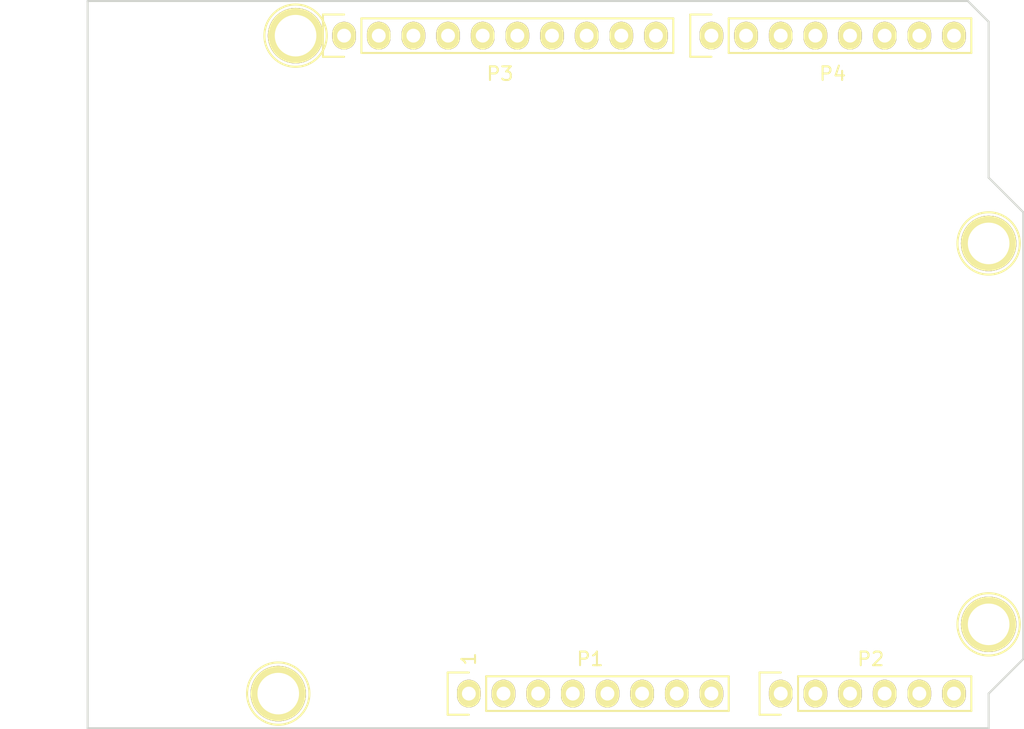
<source format=kicad_pcb>
(kicad_pcb (version 20221018) (generator pcbnew)
  (title_block (date "lun. 30 mars 2015"))
  (layers (0 "F.Cu" signal) (31 "B.Cu" signal) (34 "B.Paste" user) (35 "F.Paste" user) (36 "B.SilkS" user "B.Silkscreen") (37 "F.SilkS" user "F.Silkscreen") (38 "B.Mask" user) (39 "F.Mask" user) (44 "Edge.Cuts" user))
  (net 0 "")
  (net 1 "/IOREF")
  (net 2 "/Reset")
  (net 3 "+5V")
  (net 4 "GND")
  (net 5 "/Vin")
  (net 6 "/A0")
  (net 7 "/A1")
  (net 8 "/A2")
  (net 9 "/A3")
  (net 10 "/AREF")
  (net 11 "/A4(SDA)")
  (net 12 "/A5(SCL)")
  (net 13 "/9(**)")
  (net 14 "/8")
  (net 15 "/7")
  (net 16 "/6(**)")
  (net 17 "/5(**)")
  (net 18 "/4")
  (net 19 "/3(**)")
  (net 20 "/2")
  (net 21 "/1(Tx)")
  (net 22 "/0(Rx)")
  (net 23 "Net-(P5-Pad1)")
  (net 24 "Net-(P6-Pad1)")
  (net 25 "Net-(P7-Pad1)")
  (net 26 "Net-(P8-Pad1)")
  (net 27 "/13(SCK)")
  (net 28 "/10(**/SS)")
  (net 29 "Net-(P1-Pad1)")
  (net 30 "+3V3")
  (net 31 "/12(MISO)")
  (net 32 "/11(**/MOSI)")
  (footprint "Socket_Arduino_Uno:Socket_Strip_Arduino_1x08" (layer "F.Cu") (at 138.938 123.825)
    (fp_text reference "P1" (at 8.89 -2.54) (layer "F.SilkS"))
    (fp_text value "Power")
    (fp_line (start -1.55 -1.55) (end -1.55 1.55) (stroke (width 0.15)) (layer "F.SilkS"))
    (fp_line (start -1.55 1.55) (end 0 1.55) (stroke (width 0.15)) (layer "F.SilkS"))
    (fp_line (start 0 -1.55) (end -1.55 -1.55) (stroke (width 0.15)) (layer "F.SilkS"))
    (fp_line (start 1.27 1.27) (end 1.27 -1.27) (stroke (width 0.15)) (layer "F.SilkS"))
    (fp_line (start 1.27 1.27) (end 19.05 1.27) (stroke (width 0.15)) (layer "F.SilkS"))
    (fp_line (start 19.05 -1.27) (end 1.27 -1.27) (stroke (width 0.15)) (layer "F.SilkS"))
    (fp_line (start 19.05 1.27) (end 19.05 -1.27) (stroke (width 0.15)) (layer "F.SilkS"))
    (pad "1" thru_hole oval locked (at 0 0) (size 1.7272 2.032) (drill 1.016) (layers "*.Cu" "*.Mask" "F.SilkS") (net 29 "Net-(P1-Pad1)"))
    (pad "2" thru_hole oval locked (at 2.54 0) (size 1.7272 2.032) (drill 1.016) (layers "*.Cu" "*.Mask" "F.SilkS") (net 1 "/IOREF"))
    (pad "3" thru_hole oval locked (at 5.08 0) (size 1.7272 2.032) (drill 1.016) (layers "*.Cu" "*.Mask" "F.SilkS") (net 2 "/Reset"))
    (pad "4" thru_hole oval locked (at 7.62 0) (size 1.7272 2.032) (drill 1.016) (layers "*.Cu" "*.Mask" "F.SilkS") (net 30 "+3V3"))
    (pad "5" thru_hole oval locked (at 10.16 0) (size 1.7272 2.032) (drill 1.016) (layers "*.Cu" "*.Mask" "F.SilkS") (net 3 "+5V"))
    (pad "6" thru_hole oval locked (at 12.7 0) (size 1.7272 2.032) (drill 1.016) (layers "*.Cu" "*.Mask" "F.SilkS") (net 4 "GND"))
    (pad "7" thru_hole oval locked (at 15.24 0) (size 1.7272 2.032) (drill 1.016) (layers "*.Cu" "*.Mask" "F.SilkS") (net 4 "GND"))
    (pad "8" thru_hole oval locked (at 17.78 0) (size 1.7272 2.032) (drill 1.016) (layers "*.Cu" "*.Mask" "F.SilkS") (net 5 "/Vin"))
  )
  (footprint "Socket_Arduino_Uno:Socket_Strip_Arduino_1x06" (layer "F.Cu") (at 161.798 123.825)
    (fp_text reference "P2" (at 6.604 -2.54) (layer "F.SilkS"))
    (fp_text value "Analog")
    (fp_line (start -1.55 -1.55) (end -1.55 1.55) (stroke (width 0.15)) (layer "F.SilkS"))
    (fp_line (start -1.55 1.55) (end 0 1.55) (stroke (width 0.15)) (layer "F.SilkS"))
    (fp_line (start 0 -1.55) (end -1.55 -1.55) (stroke (width 0.15)) (layer "F.SilkS"))
    (fp_line (start 1.27 1.27) (end 1.27 -1.27) (stroke (width 0.15)) (layer "F.SilkS"))
    (fp_line (start 1.27 1.27) (end 13.97 1.27) (stroke (width 0.15)) (layer "F.SilkS"))
    (fp_line (start 13.97 -1.27) (end 1.27 -1.27) (stroke (width 0.15)) (layer "F.SilkS"))
    (fp_line (start 13.97 1.27) (end 13.97 -1.27) (stroke (width 0.15)) (layer "F.SilkS"))
    (pad "1" thru_hole oval locked (at 0 0) (size 1.7272 2.032) (drill 1.016) (layers "*.Cu" "*.Mask" "F.SilkS") (net 6 "/A0"))
    (pad "2" thru_hole oval locked (at 2.54 0) (size 1.7272 2.032) (drill 1.016) (layers "*.Cu" "*.Mask" "F.SilkS") (net 7 "/A1"))
    (pad "3" thru_hole oval locked (at 5.08 0) (size 1.7272 2.032) (drill 1.016) (layers "*.Cu" "*.Mask" "F.SilkS") (net 8 "/A2"))
    (pad "4" thru_hole oval locked (at 7.62 0) (size 1.7272 2.032) (drill 1.016) (layers "*.Cu" "*.Mask" "F.SilkS") (net 9 "/A3"))
    (pad "5" thru_hole oval locked (at 10.16 0) (size 1.7272 2.032) (drill 1.016) (layers "*.Cu" "*.Mask" "F.SilkS") (net 11 "/A4(SDA)"))
    (pad "6" thru_hole oval locked (at 12.7 0) (size 1.7272 2.032) (drill 1.016) (layers "*.Cu" "*.Mask" "F.SilkS") (net 12 "/A5(SCL)"))
  )
  (footprint "Socket_Arduino_Uno:Socket_Strip_Arduino_1x10" (layer "F.Cu") (at 129.794 75.565)
    (fp_text reference "P3" (at 11.43 2.794) (layer "F.SilkS"))
    (fp_text value "Digital")
    (fp_line (start -1.55 -1.55) (end -1.55 1.55) (stroke (width 0.15)) (layer "F.SilkS"))
    (fp_line (start -1.55 1.55) (end 0 1.55) (stroke (width 0.15)) (layer "F.SilkS"))
    (fp_line (start 0 -1.55) (end -1.55 -1.55) (stroke (width 0.15)) (layer "F.SilkS"))
    (fp_line (start 1.27 1.27) (end 1.27 -1.27) (stroke (width 0.15)) (layer "F.SilkS"))
    (fp_line (start 1.27 1.27) (end 24.13 1.27) (stroke (width 0.15)) (layer "F.SilkS"))
    (fp_line (start 24.13 -1.27) (end 1.27 -1.27) (stroke (width 0.15)) (layer "F.SilkS"))
    (fp_line (start 24.13 1.27) (end 24.13 -1.27) (stroke (width 0.15)) (layer "F.SilkS"))
    (pad "1" thru_hole oval locked (at 0 0) (size 1.7272 2.032) (drill 1.016) (layers "*.Cu" "*.Mask" "F.SilkS") (net 12 "/A5(SCL)"))
    (pad "2" thru_hole oval locked (at 2.54 0) (size 1.7272 2.032) (drill 1.016) (layers "*.Cu" "*.Mask" "F.SilkS") (net 11 "/A4(SDA)"))
    (pad "3" thru_hole oval locked (at 5.08 0) (size 1.7272 2.032) (drill 1.016) (layers "*.Cu" "*.Mask" "F.SilkS") (net 10 "/AREF"))
    (pad "4" thru_hole oval locked (at 7.62 0) (size 1.7272 2.032) (drill 1.016) (layers "*.Cu" "*.Mask" "F.SilkS") (net 4 "GND"))
    (pad "5" thru_hole oval locked (at 10.16 0) (size 1.7272 2.032) (drill 1.016) (layers "*.Cu" "*.Mask" "F.SilkS") (net 27 "/13(SCK)"))
    (pad "6" thru_hole oval locked (at 12.7 0) (size 1.7272 2.032) (drill 1.016) (layers "*.Cu" "*.Mask" "F.SilkS") (net 31 "/12(MISO)"))
    (pad "7" thru_hole oval locked (at 15.24 0) (size 1.7272 2.032) (drill 1.016) (layers "*.Cu" "*.Mask" "F.SilkS") (net 32 "/11(**/MOSI)"))
    (pad "8" thru_hole oval locked (at 17.78 0) (size 1.7272 2.032) (drill 1.016) (layers "*.Cu" "*.Mask" "F.SilkS") (net 28 "/10(**/SS)"))
    (pad "9" thru_hole oval locked (at 20.32 0) (size 1.7272 2.032) (drill 1.016) (layers "*.Cu" "*.Mask" "F.SilkS") (net 13 "/9(**)"))
    (pad "10" thru_hole oval locked (at 22.86 0) (size 1.7272 2.032) (drill 1.016) (layers "*.Cu" "*.Mask" "F.SilkS") (net 14 "/8"))
  )
  (footprint "Socket_Arduino_Uno:Socket_Strip_Arduino_1x08" (layer "F.Cu") (at 156.718 75.565)
    (fp_text reference "P4" (at 8.89 2.794) (layer "F.SilkS"))
    (fp_text value "Digital")
    (fp_line (start -1.55 -1.55) (end -1.55 1.55) (stroke (width 0.15)) (layer "F.SilkS"))
    (fp_line (start -1.55 1.55) (end 0 1.55) (stroke (width 0.15)) (layer "F.SilkS"))
    (fp_line (start 0 -1.55) (end -1.55 -1.55) (stroke (width 0.15)) (layer "F.SilkS"))
    (fp_line (start 1.27 1.27) (end 1.27 -1.27) (stroke (width 0.15)) (layer "F.SilkS"))
    (fp_line (start 1.27 1.27) (end 19.05 1.27) (stroke (width 0.15)) (layer "F.SilkS"))
    (fp_line (start 19.05 -1.27) (end 1.27 -1.27) (stroke (width 0.15)) (layer "F.SilkS"))
    (fp_line (start 19.05 1.27) (end 19.05 -1.27) (stroke (width 0.15)) (layer "F.SilkS"))
    (pad "1" thru_hole oval locked (at 0 0) (size 1.7272 2.032) (drill 1.016) (layers "*.Cu" "*.Mask" "F.SilkS") (net 15 "/7"))
    (pad "2" thru_hole oval locked (at 2.54 0) (size 1.7272 2.032) (drill 1.016) (layers "*.Cu" "*.Mask" "F.SilkS") (net 16 "/6(**)"))
    (pad "3" thru_hole oval locked (at 5.08 0) (size 1.7272 2.032) (drill 1.016) (layers "*.Cu" "*.Mask" "F.SilkS") (net 17 "/5(**)"))
    (pad "4" thru_hole oval locked (at 7.62 0) (size 1.7272 2.032) (drill 1.016) (layers "*.Cu" "*.Mask" "F.SilkS") (net 18 "/4"))
    (pad "5" thru_hole oval locked (at 10.16 0) (size 1.7272 2.032) (drill 1.016) (layers "*.Cu" "*.Mask" "F.SilkS") (net 19 "/3(**)"))
    (pad "6" thru_hole oval locked (at 12.7 0) (size 1.7272 2.032) (drill 1.016) (layers "*.Cu" "*.Mask" "F.SilkS") (net 20 "/2"))
    (pad "7" thru_hole oval locked (at 15.24 0) (size 1.7272 2.032) (drill 1.016) (layers "*.Cu" "*.Mask" "F.SilkS") (net 21 "/1(Tx)"))
    (pad "8" thru_hole oval locked (at 17.78 0) (size 1.7272 2.032) (drill 1.016) (layers "*.Cu" "*.Mask" "F.SilkS") (net 22 "/0(Rx)"))
  )
  (footprint "Socket_Arduino_Uno:Arduino_1pin" (layer "F.Cu") (at 124.968 123.825)
    (fp_text reference "P5" hide)
    (fp_text value "CONN_01X01" hide)
    (fp_circle (center 0 0) (end 0 -2.286) (stroke (width 0.15)) (fill none) (layer "F.SilkS"))
    (pad "1" thru_hole circle locked (at 0 0) (size 4.064 4.064) (drill 3.048) (layers "*.Cu" "*.Mask" "F.SilkS") (net 23 "Net-(P5-Pad1)"))
  )
  (footprint "Socket_Arduino_Uno:Arduino_1pin" (layer "F.Cu") (at 177.038 118.745)
    (fp_text reference "P6" hide)
    (fp_text value "CONN_01X01" hide)
    (fp_circle (center 0 0) (end 0 -2.286) (stroke (width 0.15)) (fill none) (layer "F.SilkS"))
    (pad "1" thru_hole circle locked (at 0 0) (size 4.064 4.064) (drill 3.048) (layers "*.Cu" "*.Mask" "F.SilkS") (net 24 "Net-(P6-Pad1)"))
  )
  (footprint "Socket_Arduino_Uno:Arduino_1pin" (layer "F.Cu") (at 126.238 75.565)
    (fp_text reference "P7" hide)
    (fp_text value "CONN_01X01" hide)
    (fp_circle (center 0 0) (end 0 -2.286) (stroke (width 0.15)) (fill none) (layer "F.SilkS"))
    (pad "1" thru_hole circle locked (at 0 0) (size 4.064 4.064) (drill 3.048) (layers "*.Cu" "*.Mask" "F.SilkS") (net 25 "Net-(P7-Pad1)"))
  )
  (footprint "Socket_Arduino_Uno:Arduino_1pin" (layer "F.Cu") (at 177.038 90.805)
    (fp_text reference "P8" hide)
    (fp_text value "CONN_01X01" hide)
    (fp_circle (center 0 0) (end 0 -2.286) (stroke (width 0.15)) (fill none) (layer "F.SilkS"))
    (pad "1" thru_hole circle locked (at 0 0) (size 4.064 4.064) (drill 3.048) (layers "*.Cu" "*.Mask" "F.SilkS") (net 26 "Net-(P8-Pad1)"))
  )
  (gr_line (start 177.038 85.979) (end 177.038 74.549) (stroke (width 0.15)) (layer "Edge.Cuts"))
  (gr_line (start 175.514 73.025) (end 110.998 73.025) (stroke (width 0.15)) (layer "Edge.Cuts"))
  (gr_line (start 177.038 123.825) (end 179.578 121.285) (stroke (width 0.15)) (layer "Edge.Cuts"))
  (gr_line (start 110.998 73.025) (end 110.998 126.365) (stroke (width 0.15)) (layer "Edge.Cuts"))
  (gr_line (start 179.578 121.285) (end 179.578 88.519) (stroke (width 0.15)) (layer "Edge.Cuts"))
  (gr_line (start 177.038 74.549) (end 175.514 73.025) (stroke (width 0.15)) (layer "Edge.Cuts"))
  (gr_line (start 179.578 88.519) (end 177.038 85.979) (stroke (width 0.15)) (layer "Edge.Cuts"))
  (gr_line (start 110.998 126.365) (end 177.038 126.365) (stroke (width 0.15)) (layer "Edge.Cuts"))
  (gr_line (start 177.038 126.365) (end 177.038 123.825) (stroke (width 0.15)) (layer "Edge.Cuts"))
  (gr_text "1" (at 138.938 121.285 90) (layer "F.SilkS") (effects (font (size 1 1))))
)
</source>
